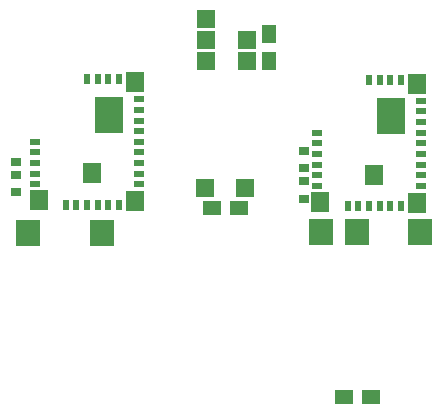
<source format=gbp>
%FSLAX25Y25*%
%MOIN*%
G70*
G01*
G75*
G04 Layer_Color=128*
%ADD10C,0.00605*%
%ADD11R,0.07087X0.06299*%
%ADD12C,0.02000*%
%ADD13R,0.01378X0.05512*%
%ADD14R,0.15000X0.08500*%
%ADD15R,0.02756X0.01575*%
%ADD16R,0.03543X0.02756*%
%ADD17R,0.06496X0.00984*%
%ADD18R,0.06496X0.00984*%
%ADD19R,0.06000X0.06000*%
%ADD20R,0.02756X0.03543*%
%ADD21R,0.05000X0.06000*%
%ADD22R,0.06000X0.05000*%
%ADD23C,0.02500*%
%ADD24C,0.02000*%
%ADD25C,0.00425*%
%ADD26C,0.00800*%
%ADD27C,0.00500*%
%ADD28C,0.00400*%
%ADD29C,0.00600*%
%ADD30C,0.05000*%
%ADD31R,0.05906X0.05906*%
%ADD32C,0.05906*%
%ADD33C,0.14000*%
%ADD34C,0.07400*%
%ADD35P,0.08352X4X152.0*%
%ADD36P,0.08352X4X298.0*%
%ADD37R,0.02362X0.03740*%
%ADD38C,0.03000*%
%ADD39C,0.04000*%
%ADD40P,0.02165X8X22.5*%
%ADD41R,0.03740X0.02362*%
%ADD42R,0.03937X0.03937*%
%ADD43C,0.03937*%
G04:AMPARAMS|DCode=44|XSize=78.74mil|YSize=78.74mil|CornerRadius=19.69mil|HoleSize=0mil|Usage=FLASHONLY|Rotation=0.000|XOffset=0mil|YOffset=0mil|HoleType=Round|Shape=RoundedRectangle|*
%AMROUNDEDRECTD44*
21,1,0.07874,0.03937,0,0,0.0*
21,1,0.03937,0.07874,0,0,0.0*
1,1,0.03937,0.01969,-0.01969*
1,1,0.03937,-0.01969,-0.01969*
1,1,0.03937,-0.01969,0.01969*
1,1,0.03937,0.01969,0.01969*
%
%ADD44ROUNDEDRECTD44*%
%ADD45C,0.03500*%
%ADD46R,0.05200X0.05200*%
%ADD47C,0.05200*%
%ADD48R,0.05200X0.05200*%
%ADD49R,0.02000X0.02000*%
%ADD50C,0.13000*%
%ADD51C,0.01800*%
%ADD52C,0.04000*%
%ADD53C,0.04500*%
%ADD54C,0.05543*%
%ADD55C,0.14800*%
%ADD56C,0.08200*%
%ADD57C,0.05500*%
G04:AMPARAMS|DCode=58|XSize=68mil|YSize=68mil|CornerRadius=0mil|HoleSize=0mil|Usage=FLASHONLY|Rotation=0.000|XOffset=0mil|YOffset=0mil|HoleType=Round|Shape=Relief|Width=10mil|Gap=10mil|Entries=4|*
%AMTHD58*
7,0,0,0.06800,0.04800,0.01000,45*
%
%ADD58THD58*%
%ADD59C,0.02800*%
G04:AMPARAMS|DCode=60|XSize=40mil|YSize=40mil|CornerRadius=0mil|HoleSize=0mil|Usage=FLASHONLY|Rotation=0.000|XOffset=0mil|YOffset=0mil|HoleType=Round|Shape=Relief|Width=6mil|Gap=8mil|Entries=4|*
%AMTHD60*
7,0,0,0.04000,0.02400,0.00600,45*
%
%ADD60THD60*%
G04:AMPARAMS|DCode=61|XSize=52mil|YSize=52mil|CornerRadius=0mil|HoleSize=0mil|Usage=FLASHONLY|Rotation=0.000|XOffset=0mil|YOffset=0mil|HoleType=Round|Shape=Relief|Width=6mil|Gap=8mil|Entries=4|*
%AMTHD61*
7,0,0,0.05200,0.03600,0.00600,45*
%
%ADD61THD61*%
G04:AMPARAMS|DCode=62|XSize=20mil|YSize=20mil|CornerRadius=0mil|HoleSize=0mil|Usage=FLASHONLY|Rotation=0.000|XOffset=0mil|YOffset=0mil|HoleType=Round|Shape=Relief|Width=4mil|Gap=3mil|Entries=4|*
%AMTHD62*
7,0,0,0.02000,0.01400,0.00400,45*
%
%ADD62THD62*%
%ADD63C,0.04913*%
%ADD64C,0.07315*%
%ADD65C,0.04200*%
%ADD66C,0.05800*%
%ADD67C,0.11600*%
%ADD68C,0.00480*%
%ADD69C,0.00390*%
%ADD70R,0.07874X0.08661*%
%ADD71R,0.06000X0.06000*%
%ADD72C,0.01500*%
G04:AMPARAMS|DCode=73|XSize=98mil|YSize=98mil|CornerRadius=0mil|HoleSize=0mil|Usage=FLASHONLY|Rotation=0.000|XOffset=0mil|YOffset=0mil|HoleType=Round|Shape=Relief|Width=10mil|Gap=10mil|Entries=4|*
%AMTHD73*
7,0,0,0.09800,0.07800,0.01000,45*
%
%ADD73THD73*%
%ADD74R,0.07874X0.08661*%
%ADD75R,0.09252X0.12205*%
%ADD76R,0.06299X0.06693*%
%ADD77R,0.06299X0.06693*%
%ADD78C,0.01000*%
%ADD79C,0.00375*%
%ADD80R,0.02000X0.01000*%
%ADD81R,0.07000X0.19000*%
%ADD82R,0.01000X0.14000*%
%ADD83R,0.05000X0.15000*%
%ADD84R,0.02000X0.01500*%
%ADD85R,0.06000X0.03500*%
%ADD86R,0.00500X0.01500*%
%ADD87R,0.01500X0.03000*%
%ADD88R,0.07500X0.26000*%
%ADD89R,0.02362X0.03740*%
%ADD90R,0.02362X0.03740*%
%ADD91R,0.02362X0.03740*%
%ADD92R,0.02362X0.03740*%
%ADD93R,0.03740X0.02362*%
%ADD94R,0.03740X0.02362*%
%ADD95R,0.06000X0.02760*%
%ADD96R,0.02107X0.03100*%
%ADD97R,0.05000X0.14260*%
%ADD98R,0.01000X0.13760*%
%ADD99R,0.02000X0.02000*%
%ADD100C,0.00984*%
%ADD101C,0.00787*%
%ADD102C,0.00394*%
%ADD103C,0.01200*%
%ADD104R,0.07487X0.06699*%
%ADD105C,0.02400*%
%ADD106R,0.01778X0.05912*%
%ADD107R,0.15400X0.08900*%
%ADD108R,0.03156X0.01975*%
%ADD109R,0.03943X0.03156*%
%ADD110R,0.06896X0.01384*%
%ADD111R,0.06896X0.01384*%
%ADD112R,0.06400X0.06400*%
%ADD113R,0.03156X0.03943*%
%ADD114R,0.05400X0.06400*%
%ADD115R,0.06400X0.05400*%
%ADD116C,0.05400*%
%ADD117R,0.06306X0.06306*%
%ADD118C,0.06306*%
%ADD119C,0.14400*%
%ADD120C,0.07800*%
%ADD121P,0.08917X4X152.0*%
%ADD122P,0.08917X4X298.0*%
%ADD123R,0.02762X0.04140*%
%ADD124C,0.03400*%
%ADD125C,0.04400*%
%ADD126P,0.02598X8X22.5*%
%ADD127R,0.04140X0.02762*%
%ADD128R,0.04337X0.04337*%
%ADD129C,0.04337*%
G04:AMPARAMS|DCode=130|XSize=82.74mil|YSize=82.74mil|CornerRadius=21.69mil|HoleSize=0mil|Usage=FLASHONLY|Rotation=0.000|XOffset=0mil|YOffset=0mil|HoleType=Round|Shape=RoundedRectangle|*
%AMROUNDEDRECTD130*
21,1,0.08274,0.03937,0,0,0.0*
21,1,0.03937,0.08274,0,0,0.0*
1,1,0.04337,0.01969,-0.01969*
1,1,0.04337,-0.01969,-0.01969*
1,1,0.04337,-0.01969,0.01969*
1,1,0.04337,0.01969,0.01969*
%
%ADD130ROUNDEDRECTD130*%
%ADD131C,0.03900*%
%ADD132R,0.05600X0.05600*%
%ADD133C,0.05600*%
%ADD134R,0.05600X0.05600*%
%ADD135R,0.02400X0.02400*%
%ADD136C,0.02200*%
%ADD137R,0.08274X0.09061*%
%ADD138R,0.09652X0.12605*%
%ADD139R,0.06699X0.07093*%
%ADD140R,0.06699X0.07093*%
%ADD141R,0.08274X0.09061*%
%ADD142R,0.06400X0.06400*%
%ADD143R,0.02400X0.02400*%
D16*
X270528Y190400D02*
D03*
Y196306D02*
D03*
X174528Y192547D02*
D03*
X270528Y200547D02*
D03*
Y206453D02*
D03*
X174528Y198453D02*
D03*
Y202547D02*
D03*
D21*
X259028Y236500D02*
D03*
Y245500D02*
D03*
D22*
X293028Y124500D02*
D03*
X284028D02*
D03*
X240028Y187500D02*
D03*
X249028D02*
D03*
D37*
X299300Y187980D02*
D03*
X295756D02*
D03*
X302843D02*
D03*
Y229909D02*
D03*
X299300D02*
D03*
X295756D02*
D03*
X292213D02*
D03*
X285126Y187980D02*
D03*
X288670D02*
D03*
X292213D02*
D03*
X198256Y188469D02*
D03*
X194713D02*
D03*
X191170D02*
D03*
X198256Y230398D02*
D03*
X201800D02*
D03*
X205343D02*
D03*
X208886D02*
D03*
X205343Y188469D02*
D03*
X201800D02*
D03*
X208886D02*
D03*
D41*
X274792Y212488D02*
D03*
X309634Y194772D02*
D03*
Y198315D02*
D03*
Y201858D02*
D03*
Y205402D02*
D03*
Y208945D02*
D03*
Y212488D02*
D03*
Y216032D02*
D03*
Y219575D02*
D03*
Y223118D02*
D03*
X274792Y208945D02*
D03*
Y201858D02*
D03*
Y198315D02*
D03*
Y194772D02*
D03*
Y205402D02*
D03*
X180835Y205890D02*
D03*
Y195260D02*
D03*
Y198803D02*
D03*
Y202347D02*
D03*
Y209433D02*
D03*
X215678Y223606D02*
D03*
Y220063D02*
D03*
Y216520D02*
D03*
Y212976D02*
D03*
Y209433D02*
D03*
Y205890D02*
D03*
Y202347D02*
D03*
Y198803D02*
D03*
Y195260D02*
D03*
D70*
X178522Y179000D02*
D03*
X309334Y179500D02*
D03*
X203122Y179000D02*
D03*
X276322Y179300D02*
D03*
D71*
X238028Y243500D02*
D03*
X251528D02*
D03*
Y236500D02*
D03*
X238028D02*
D03*
X251028Y194000D02*
D03*
X237528D02*
D03*
X238028Y250500D02*
D03*
D74*
X288134Y179300D02*
D03*
D75*
X299496Y218000D02*
D03*
X205540Y218488D02*
D03*
D76*
X293985Y198512D02*
D03*
X200028Y199000D02*
D03*
D77*
X308355Y228827D02*
D03*
X276071Y189457D02*
D03*
X308355Y189063D02*
D03*
X214398Y189551D02*
D03*
X182115Y189945D02*
D03*
X214398Y229315D02*
D03*
M02*

</source>
